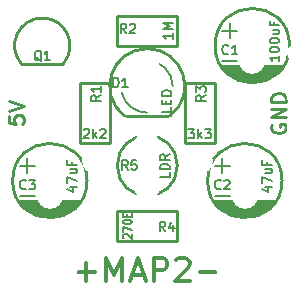
<source format=gto>
G04 #@! TF.FileFunction,Legend,Top*
%FSLAX46Y46*%
G04 Gerber Fmt 4.6, Leading zero omitted, Abs format (unit mm)*
G04 Created by KiCad (PCBNEW 4.0.2-4+6225~38~ubuntu15.04.1-stable) date Wed Mar  2 16:10:37 2016*
%MOMM*%
G01*
G04 APERTURE LIST*
%ADD10C,0.050800*%
%ADD11C,0.254000*%
%ADD12C,0.300000*%
%ADD13C,0.150000*%
%ADD14C,0.250000*%
%ADD15C,2.432000*%
%ADD16C,6.496000*%
%ADD17C,2.178000*%
%ADD18C,1.670000*%
G04 APERTURE END LIST*
D10*
D11*
X23241000Y14907381D02*
X23180524Y14786429D01*
X23180524Y14605000D01*
X23241000Y14423572D01*
X23361952Y14302619D01*
X23482905Y14242143D01*
X23724810Y14181667D01*
X23906238Y14181667D01*
X24148143Y14242143D01*
X24269095Y14302619D01*
X24390048Y14423572D01*
X24450524Y14605000D01*
X24450524Y14725952D01*
X24390048Y14907381D01*
X24329571Y14967857D01*
X23906238Y14967857D01*
X23906238Y14725952D01*
X24450524Y15512143D02*
X23180524Y15512143D01*
X24450524Y16237857D01*
X23180524Y16237857D01*
X24450524Y16842619D02*
X23180524Y16842619D01*
X23180524Y17145000D01*
X23241000Y17326428D01*
X23361952Y17447381D01*
X23482905Y17507857D01*
X23724810Y17568333D01*
X23906238Y17568333D01*
X24148143Y17507857D01*
X24269095Y17447381D01*
X24390048Y17326428D01*
X24450524Y17145000D01*
X24450524Y16842619D01*
X955524Y15633096D02*
X955524Y15028334D01*
X1560286Y14967858D01*
X1499810Y15028334D01*
X1439333Y15149286D01*
X1439333Y15451667D01*
X1499810Y15572620D01*
X1560286Y15633096D01*
X1681238Y15693572D01*
X1983619Y15693572D01*
X2104571Y15633096D01*
X2165048Y15572620D01*
X2225524Y15451667D01*
X2225524Y15149286D01*
X2165048Y15028334D01*
X2104571Y14967858D01*
X955524Y16056429D02*
X2225524Y16479763D01*
X955524Y16903096D01*
D12*
X6747619Y2397143D02*
X8271429Y2397143D01*
X7509524Y1635238D02*
X7509524Y3159048D01*
X9223809Y1635238D02*
X9223809Y3635238D01*
X9890476Y2206667D01*
X10557143Y3635238D01*
X10557143Y1635238D01*
X11414285Y2206667D02*
X12366666Y2206667D01*
X11223809Y1635238D02*
X11890476Y3635238D01*
X12557143Y1635238D01*
X13223809Y1635238D02*
X13223809Y3635238D01*
X13985714Y3635238D01*
X14176190Y3540000D01*
X14271429Y3444762D01*
X14366667Y3254286D01*
X14366667Y2968571D01*
X14271429Y2778095D01*
X14176190Y2682857D01*
X13985714Y2587619D01*
X13223809Y2587619D01*
X15128571Y3444762D02*
X15223809Y3540000D01*
X15414286Y3635238D01*
X15890476Y3635238D01*
X16080952Y3540000D01*
X16176190Y3444762D01*
X16271429Y3254286D01*
X16271429Y3063810D01*
X16176190Y2778095D01*
X15033333Y1635238D01*
X16271429Y1635238D01*
X17128571Y2397143D02*
X18652381Y2397143D01*
D11*
X15240000Y11430000D02*
G75*
G03X15240000Y11430000I-2540000J0D01*
G01*
X14478000Y15621000D02*
X10922000Y15621000D01*
X14607668Y15623003D02*
G75*
G03X10795000Y15621000I-1907668J2537997D01*
G01*
D13*
X14859000Y18161000D02*
G75*
G03X12700000Y20320000I-2159000J0D01*
G01*
X10520038Y17620371D02*
G75*
G03X12700000Y15915000I2179962J540629D01*
G01*
X20320000Y20320000D02*
X19050000Y20320000D01*
X19685000Y22225000D02*
X19685000Y23495000D01*
X19050000Y22860000D02*
X20320000Y22860000D01*
D14*
X19090487Y19839304D02*
G75*
G03X24090000Y19840000I2499513J1750696D01*
G01*
X22340000Y18590000D02*
X20840000Y18590000D01*
X20340000Y18840000D02*
X22840000Y18840000D01*
X23340000Y19090000D02*
X19840000Y19090000D01*
X19590000Y19340000D02*
X23590000Y19340000D01*
X23840000Y19590000D02*
X19340000Y19590000D01*
X19090000Y19840000D02*
X24090000Y19840000D01*
D11*
X24740000Y21590000D02*
G75*
G03X24740000Y21590000I-3150000J0D01*
G01*
D13*
X19685000Y8890000D02*
X18415000Y8890000D01*
X19050000Y10795000D02*
X19050000Y12065000D01*
X18415000Y11430000D02*
X19685000Y11430000D01*
D14*
X18455487Y8409304D02*
G75*
G03X23455000Y8410000I2499513J1750696D01*
G01*
X21705000Y7160000D02*
X20205000Y7160000D01*
X19705000Y7410000D02*
X22205000Y7410000D01*
X22705000Y7660000D02*
X19205000Y7660000D01*
X18955000Y7910000D02*
X22955000Y7910000D01*
X23205000Y8160000D02*
X18705000Y8160000D01*
X18455000Y8410000D02*
X23455000Y8410000D01*
D11*
X24105000Y10160000D02*
G75*
G03X24105000Y10160000I-3150000J0D01*
G01*
D13*
X3175000Y8890000D02*
X1905000Y8890000D01*
X2540000Y10795000D02*
X2540000Y12065000D01*
X1905000Y11430000D02*
X3175000Y11430000D01*
D14*
X1945487Y8409304D02*
G75*
G03X6945000Y8410000I2499513J1750696D01*
G01*
X5195000Y7160000D02*
X3695000Y7160000D01*
X3195000Y7410000D02*
X5695000Y7410000D01*
X6195000Y7660000D02*
X2695000Y7660000D01*
X2445000Y7910000D02*
X6445000Y7910000D01*
X6695000Y8160000D02*
X2195000Y8160000D01*
X1945000Y8410000D02*
X6945000Y8410000D01*
D11*
X7595000Y10160000D02*
G75*
G03X7595000Y10160000I-3150000J0D01*
G01*
X5588000Y20066000D02*
X2032000Y20066000D01*
X5588069Y20066081D02*
G75*
G03X2032000Y20066000I-1778069J1523919D01*
G01*
X15240000Y5080000D02*
X10160000Y5080000D01*
X10160000Y5080000D02*
X10160000Y7620000D01*
X10160000Y7620000D02*
X15240000Y7620000D01*
X15240000Y7620000D02*
X15240000Y5080000D01*
X18415000Y18415000D02*
X18415000Y13335000D01*
X18415000Y13335000D02*
X15875000Y13335000D01*
X15875000Y13335000D02*
X15875000Y18415000D01*
X15875000Y18415000D02*
X18415000Y18415000D01*
X10160000Y24130000D02*
X15240000Y24130000D01*
X15240000Y24130000D02*
X15240000Y21590000D01*
X15240000Y21590000D02*
X10160000Y21590000D01*
X10160000Y21590000D02*
X10160000Y24130000D01*
X9525000Y18415000D02*
X9525000Y13335000D01*
X9525000Y13335000D02*
X6985000Y13335000D01*
X6985000Y13335000D02*
X6985000Y18415000D01*
X6985000Y18415000D02*
X9525000Y18415000D01*
D13*
X11042667Y11068095D02*
X10776000Y11449048D01*
X10585524Y11068095D02*
X10585524Y11868095D01*
X10890286Y11868095D01*
X10966477Y11830000D01*
X11004572Y11791905D01*
X11042667Y11715714D01*
X11042667Y11601429D01*
X11004572Y11525238D01*
X10966477Y11487143D01*
X10890286Y11449048D01*
X10585524Y11449048D01*
X11766477Y11868095D02*
X11385524Y11868095D01*
X11347429Y11487143D01*
X11385524Y11525238D01*
X11461715Y11563333D01*
X11652191Y11563333D01*
X11728381Y11525238D01*
X11766477Y11487143D01*
X11804572Y11410952D01*
X11804572Y11220476D01*
X11766477Y11144286D01*
X11728381Y11106190D01*
X11652191Y11068095D01*
X11461715Y11068095D01*
X11385524Y11106190D01*
X11347429Y11144286D01*
X14585905Y10877620D02*
X14585905Y10496667D01*
X13785905Y10496667D01*
X14585905Y11144286D02*
X13785905Y11144286D01*
X13785905Y11334762D01*
X13824000Y11449048D01*
X13900190Y11525239D01*
X13976381Y11563334D01*
X14128762Y11601429D01*
X14243048Y11601429D01*
X14395429Y11563334D01*
X14471619Y11525239D01*
X14547810Y11449048D01*
X14585905Y11334762D01*
X14585905Y11144286D01*
X14585905Y12401429D02*
X14204952Y12134762D01*
X14585905Y11944286D02*
X13785905Y11944286D01*
X13785905Y12249048D01*
X13824000Y12325239D01*
X13862095Y12363334D01*
X13938286Y12401429D01*
X14052571Y12401429D01*
X14128762Y12363334D01*
X14166857Y12325239D01*
X14204952Y12249048D01*
X14204952Y11944286D01*
X9823524Y18053095D02*
X9823524Y18853095D01*
X10014000Y18853095D01*
X10128286Y18815000D01*
X10204477Y18738810D01*
X10242572Y18662619D01*
X10280667Y18510238D01*
X10280667Y18395952D01*
X10242572Y18243571D01*
X10204477Y18167381D01*
X10128286Y18091190D01*
X10014000Y18053095D01*
X9823524Y18053095D01*
X11042572Y18053095D02*
X10585429Y18053095D01*
X10814000Y18053095D02*
X10814000Y18853095D01*
X10737810Y18738810D01*
X10661619Y18662619D01*
X10585429Y18624524D01*
X14712905Y16376715D02*
X14712905Y15995762D01*
X13912905Y15995762D01*
X14293857Y16643381D02*
X14293857Y16910048D01*
X14712905Y17024334D02*
X14712905Y16643381D01*
X13912905Y16643381D01*
X13912905Y17024334D01*
X14712905Y17367191D02*
X13912905Y17367191D01*
X13912905Y17557667D01*
X13951000Y17671953D01*
X14027190Y17748144D01*
X14103381Y17786239D01*
X14255762Y17824334D01*
X14370048Y17824334D01*
X14522429Y17786239D01*
X14598619Y17748144D01*
X14674810Y17671953D01*
X14712905Y17557667D01*
X14712905Y17367191D01*
X19551667Y20923286D02*
X19513572Y20885190D01*
X19399286Y20847095D01*
X19323096Y20847095D01*
X19208810Y20885190D01*
X19132619Y20961381D01*
X19094524Y21037571D01*
X19056429Y21189952D01*
X19056429Y21304238D01*
X19094524Y21456619D01*
X19132619Y21532810D01*
X19208810Y21609000D01*
X19323096Y21647095D01*
X19399286Y21647095D01*
X19513572Y21609000D01*
X19551667Y21570905D01*
X20313572Y20847095D02*
X19856429Y20847095D01*
X20085000Y20847095D02*
X20085000Y21647095D01*
X20008810Y21532810D01*
X19932619Y21456619D01*
X19856429Y21418524D01*
X23856905Y20732905D02*
X23856905Y20275762D01*
X23856905Y20504333D02*
X23056905Y20504333D01*
X23171190Y20428143D01*
X23247381Y20351952D01*
X23285476Y20275762D01*
X23056905Y21228143D02*
X23056905Y21304334D01*
X23095000Y21380524D01*
X23133095Y21418619D01*
X23209286Y21456715D01*
X23361667Y21494810D01*
X23552143Y21494810D01*
X23704524Y21456715D01*
X23780714Y21418619D01*
X23818810Y21380524D01*
X23856905Y21304334D01*
X23856905Y21228143D01*
X23818810Y21151953D01*
X23780714Y21113857D01*
X23704524Y21075762D01*
X23552143Y21037667D01*
X23361667Y21037667D01*
X23209286Y21075762D01*
X23133095Y21113857D01*
X23095000Y21151953D01*
X23056905Y21228143D01*
X23056905Y21990048D02*
X23056905Y22066239D01*
X23095000Y22142429D01*
X23133095Y22180524D01*
X23209286Y22218620D01*
X23361667Y22256715D01*
X23552143Y22256715D01*
X23704524Y22218620D01*
X23780714Y22180524D01*
X23818810Y22142429D01*
X23856905Y22066239D01*
X23856905Y21990048D01*
X23818810Y21913858D01*
X23780714Y21875762D01*
X23704524Y21837667D01*
X23552143Y21799572D01*
X23361667Y21799572D01*
X23209286Y21837667D01*
X23133095Y21875762D01*
X23095000Y21913858D01*
X23056905Y21990048D01*
X23323571Y22942429D02*
X23856905Y22942429D01*
X23323571Y22599572D02*
X23742619Y22599572D01*
X23818810Y22637667D01*
X23856905Y22713858D01*
X23856905Y22828144D01*
X23818810Y22904334D01*
X23780714Y22942429D01*
X23437857Y23590049D02*
X23437857Y23323382D01*
X23856905Y23323382D02*
X23056905Y23323382D01*
X23056905Y23704335D01*
X18916667Y9493286D02*
X18878572Y9455190D01*
X18764286Y9417095D01*
X18688096Y9417095D01*
X18573810Y9455190D01*
X18497619Y9531381D01*
X18459524Y9607571D01*
X18421429Y9759952D01*
X18421429Y9874238D01*
X18459524Y10026619D01*
X18497619Y10102810D01*
X18573810Y10179000D01*
X18688096Y10217095D01*
X18764286Y10217095D01*
X18878572Y10179000D01*
X18916667Y10140905D01*
X19221429Y10140905D02*
X19259524Y10179000D01*
X19335715Y10217095D01*
X19526191Y10217095D01*
X19602381Y10179000D01*
X19640477Y10140905D01*
X19678572Y10064714D01*
X19678572Y9988524D01*
X19640477Y9874238D01*
X19183334Y9417095D01*
X19678572Y9417095D01*
X22688571Y9607666D02*
X23221905Y9607666D01*
X22383810Y9417190D02*
X22955238Y9226714D01*
X22955238Y9721952D01*
X22421905Y9950524D02*
X22421905Y10483857D01*
X23221905Y10141000D01*
X22688571Y11131476D02*
X23221905Y11131476D01*
X22688571Y10788619D02*
X23107619Y10788619D01*
X23183810Y10826714D01*
X23221905Y10902905D01*
X23221905Y11017191D01*
X23183810Y11093381D01*
X23145714Y11131476D01*
X22802857Y11779096D02*
X22802857Y11512429D01*
X23221905Y11512429D02*
X22421905Y11512429D01*
X22421905Y11893382D01*
X2406667Y9493286D02*
X2368572Y9455190D01*
X2254286Y9417095D01*
X2178096Y9417095D01*
X2063810Y9455190D01*
X1987619Y9531381D01*
X1949524Y9607571D01*
X1911429Y9759952D01*
X1911429Y9874238D01*
X1949524Y10026619D01*
X1987619Y10102810D01*
X2063810Y10179000D01*
X2178096Y10217095D01*
X2254286Y10217095D01*
X2368572Y10179000D01*
X2406667Y10140905D01*
X2673334Y10217095D02*
X3168572Y10217095D01*
X2901905Y9912333D01*
X3016191Y9912333D01*
X3092381Y9874238D01*
X3130477Y9836143D01*
X3168572Y9759952D01*
X3168572Y9569476D01*
X3130477Y9493286D01*
X3092381Y9455190D01*
X3016191Y9417095D01*
X2787619Y9417095D01*
X2711429Y9455190D01*
X2673334Y9493286D01*
X6178571Y9607666D02*
X6711905Y9607666D01*
X5873810Y9417190D02*
X6445238Y9226714D01*
X6445238Y9721952D01*
X5911905Y9950524D02*
X5911905Y10483857D01*
X6711905Y10141000D01*
X6178571Y11131476D02*
X6711905Y11131476D01*
X6178571Y10788619D02*
X6597619Y10788619D01*
X6673810Y10826714D01*
X6711905Y10902905D01*
X6711905Y11017191D01*
X6673810Y11093381D01*
X6635714Y11131476D01*
X6292857Y11779096D02*
X6292857Y11512429D01*
X6711905Y11512429D02*
X5911905Y11512429D01*
X5911905Y11893382D01*
X3733810Y20262905D02*
X3657619Y20301000D01*
X3581429Y20377190D01*
X3467143Y20491476D01*
X3390952Y20529571D01*
X3314762Y20529571D01*
X3352857Y20339095D02*
X3276667Y20377190D01*
X3200476Y20453381D01*
X3162381Y20605762D01*
X3162381Y20872429D01*
X3200476Y21024810D01*
X3276667Y21101000D01*
X3352857Y21139095D01*
X3505238Y21139095D01*
X3581429Y21101000D01*
X3657619Y21024810D01*
X3695714Y20872429D01*
X3695714Y20605762D01*
X3657619Y20453381D01*
X3581429Y20377190D01*
X3505238Y20339095D01*
X3352857Y20339095D01*
X4457619Y20339095D02*
X4000476Y20339095D01*
X4229047Y20339095D02*
X4229047Y21139095D01*
X4152857Y21024810D01*
X4076666Y20948619D01*
X4000476Y20910524D01*
X14217667Y5861095D02*
X13951000Y6242048D01*
X13760524Y5861095D02*
X13760524Y6661095D01*
X14065286Y6661095D01*
X14141477Y6623000D01*
X14179572Y6584905D01*
X14217667Y6508714D01*
X14217667Y6394429D01*
X14179572Y6318238D01*
X14141477Y6280143D01*
X14065286Y6242048D01*
X13760524Y6242048D01*
X14903381Y6394429D02*
X14903381Y5861095D01*
X14712905Y6699190D02*
X14522429Y6127762D01*
X15017667Y6127762D01*
X10704286Y5276547D02*
X10668000Y5306785D01*
X10631714Y5367262D01*
X10631714Y5518452D01*
X10668000Y5578928D01*
X10704286Y5609166D01*
X10776857Y5639405D01*
X10849429Y5639405D01*
X10958286Y5609166D01*
X11393714Y5246309D01*
X11393714Y5639405D01*
X10631714Y5851071D02*
X10631714Y6274405D01*
X11393714Y6002262D01*
X10631714Y6637262D02*
X10631714Y6697738D01*
X10668000Y6758214D01*
X10704286Y6788452D01*
X10776857Y6818690D01*
X10922000Y6848929D01*
X11103429Y6848929D01*
X11248571Y6818690D01*
X11321143Y6788452D01*
X11357429Y6758214D01*
X11393714Y6697738D01*
X11393714Y6637262D01*
X11357429Y6576786D01*
X11321143Y6546548D01*
X11248571Y6516309D01*
X11103429Y6486071D01*
X10922000Y6486071D01*
X10776857Y6516309D01*
X10704286Y6546548D01*
X10668000Y6576786D01*
X10631714Y6637262D01*
X10994571Y7121071D02*
X10994571Y7332738D01*
X11393714Y7423452D02*
X11393714Y7121071D01*
X10631714Y7121071D01*
X10631714Y7423452D01*
X17633905Y17392667D02*
X17252952Y17126000D01*
X17633905Y16935524D02*
X16833905Y16935524D01*
X16833905Y17240286D01*
X16872000Y17316477D01*
X16910095Y17354572D01*
X16986286Y17392667D01*
X17100571Y17392667D01*
X17176762Y17354572D01*
X17214857Y17316477D01*
X17252952Y17240286D01*
X17252952Y16935524D01*
X16833905Y17659334D02*
X16833905Y18154572D01*
X17138667Y17887905D01*
X17138667Y18002191D01*
X17176762Y18078381D01*
X17214857Y18116477D01*
X17291048Y18154572D01*
X17481524Y18154572D01*
X17557714Y18116477D01*
X17595810Y18078381D01*
X17633905Y18002191D01*
X17633905Y17773619D01*
X17595810Y17697429D01*
X17557714Y17659334D01*
X16173572Y14535095D02*
X16668810Y14535095D01*
X16402143Y14230333D01*
X16516429Y14230333D01*
X16592619Y14192238D01*
X16630715Y14154143D01*
X16668810Y14077952D01*
X16668810Y13887476D01*
X16630715Y13811286D01*
X16592619Y13773190D01*
X16516429Y13735095D01*
X16287857Y13735095D01*
X16211667Y13773190D01*
X16173572Y13811286D01*
X17011667Y13735095D02*
X17011667Y14535095D01*
X17087858Y14039857D02*
X17316429Y13735095D01*
X17316429Y14268429D02*
X17011667Y13963667D01*
X17583096Y14535095D02*
X18078334Y14535095D01*
X17811667Y14230333D01*
X17925953Y14230333D01*
X18002143Y14192238D01*
X18040239Y14154143D01*
X18078334Y14077952D01*
X18078334Y13887476D01*
X18040239Y13811286D01*
X18002143Y13773190D01*
X17925953Y13735095D01*
X17697381Y13735095D01*
X17621191Y13773190D01*
X17583096Y13811286D01*
X10915667Y22625095D02*
X10649000Y23006048D01*
X10458524Y22625095D02*
X10458524Y23425095D01*
X10763286Y23425095D01*
X10839477Y23387000D01*
X10877572Y23348905D01*
X10915667Y23272714D01*
X10915667Y23158429D01*
X10877572Y23082238D01*
X10839477Y23044143D01*
X10763286Y23006048D01*
X10458524Y23006048D01*
X11220429Y23348905D02*
X11258524Y23387000D01*
X11334715Y23425095D01*
X11525191Y23425095D01*
X11601381Y23387000D01*
X11639477Y23348905D01*
X11677572Y23272714D01*
X11677572Y23196524D01*
X11639477Y23082238D01*
X11182334Y22625095D01*
X11677572Y22625095D01*
X14839905Y22631429D02*
X14839905Y22174286D01*
X14839905Y22402857D02*
X14039905Y22402857D01*
X14154190Y22326667D01*
X14230381Y22250476D01*
X14268476Y22174286D01*
X14839905Y22974286D02*
X14039905Y22974286D01*
X14611333Y23240953D01*
X14039905Y23507620D01*
X14839905Y23507620D01*
X8743905Y17392667D02*
X8362952Y17126000D01*
X8743905Y16935524D02*
X7943905Y16935524D01*
X7943905Y17240286D01*
X7982000Y17316477D01*
X8020095Y17354572D01*
X8096286Y17392667D01*
X8210571Y17392667D01*
X8286762Y17354572D01*
X8324857Y17316477D01*
X8362952Y17240286D01*
X8362952Y16935524D01*
X8743905Y18154572D02*
X8743905Y17697429D01*
X8743905Y17926000D02*
X7943905Y17926000D01*
X8058190Y17849810D01*
X8134381Y17773619D01*
X8172476Y17697429D01*
X7321667Y14458905D02*
X7359762Y14497000D01*
X7435953Y14535095D01*
X7626429Y14535095D01*
X7702619Y14497000D01*
X7740715Y14458905D01*
X7778810Y14382714D01*
X7778810Y14306524D01*
X7740715Y14192238D01*
X7283572Y13735095D01*
X7778810Y13735095D01*
X8121667Y13735095D02*
X8121667Y14535095D01*
X8197858Y14039857D02*
X8426429Y13735095D01*
X8426429Y14268429D02*
X8121667Y13963667D01*
X8731191Y14458905D02*
X8769286Y14497000D01*
X8845477Y14535095D01*
X9035953Y14535095D01*
X9112143Y14497000D01*
X9150239Y14458905D01*
X9188334Y14382714D01*
X9188334Y14306524D01*
X9150239Y14192238D01*
X8693096Y13735095D01*
X9188334Y13735095D01*
%LPC*%
D15*
X3810000Y17145000D03*
X3810000Y14605000D03*
X21590000Y17145000D03*
X21590000Y14605000D03*
D16*
X21590000Y3810000D03*
X3810000Y3810000D03*
D17*
X12700000Y13208000D03*
X12700000Y9652000D03*
D18*
X25400000Y20955000D03*
X0Y20955000D03*
X0Y19685000D03*
X0Y18415000D03*
X0Y17145000D03*
X0Y15875000D03*
X0Y14605000D03*
X0Y13335000D03*
X0Y12065000D03*
X0Y10795000D03*
X0Y9525000D03*
X0Y8255000D03*
X0Y6985000D03*
X0Y5715000D03*
X0Y4445000D03*
X25400000Y19685000D03*
X25400000Y18415000D03*
X25400000Y17145000D03*
X25400000Y15875000D03*
X25400000Y14605000D03*
X25400000Y13335000D03*
X25400000Y12065000D03*
X25400000Y10795000D03*
X25400000Y9525000D03*
X25400000Y8255000D03*
X25400000Y6985000D03*
X25400000Y5715000D03*
X25400000Y4445000D03*
D17*
X12700000Y19685000D03*
X12700000Y17145000D03*
X21590000Y22860000D03*
X21590000Y20320000D03*
X20955000Y11430000D03*
X20955000Y8890000D03*
X4445000Y11430000D03*
X4445000Y8890000D03*
D18*
X3810000Y22860000D03*
X5080000Y21590000D03*
X2540000Y21590000D03*
D17*
X16764000Y6350000D03*
X8636000Y6350000D03*
X17145000Y19939000D03*
X17145000Y11811000D03*
X8636000Y22860000D03*
X16764000Y22860000D03*
X8255000Y19939000D03*
X8255000Y11811000D03*
M02*

</source>
